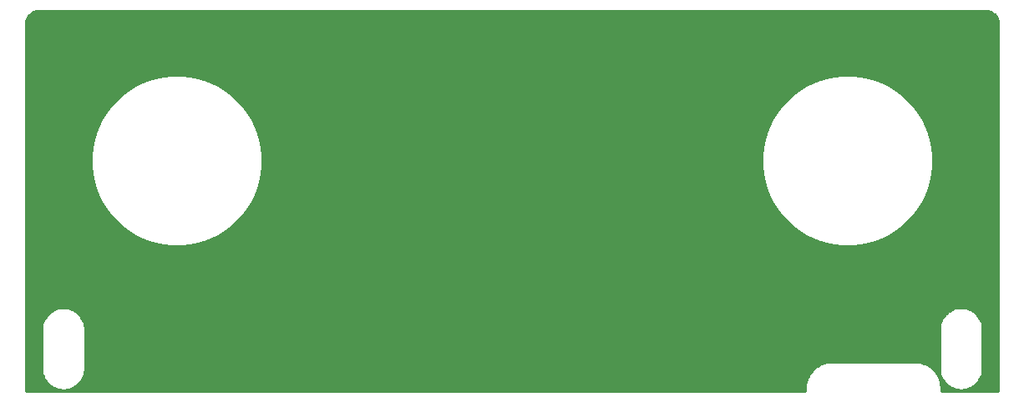
<source format=gtl>
%TF.GenerationSoftware,KiCad,Pcbnew,(5.1.5)-3*%
%TF.CreationDate,2020-05-31T21:31:08+02:00*%
%TF.ProjectId,speaker_grill,73706561-6b65-4725-9f67-72696c6c2e6b,rev?*%
%TF.SameCoordinates,PXbebc200PY5f5e100*%
%TF.FileFunction,Copper,L1,Top*%
%TF.FilePolarity,Positive*%
%FSLAX46Y46*%
G04 Gerber Fmt 4.6, Leading zero omitted, Abs format (unit mm)*
G04 Created by KiCad (PCBNEW (5.1.5)-3) date 2020-05-31 21:31:08*
%MOMM*%
%LPD*%
G04 APERTURE LIST*
%TA.AperFunction,NonConductor*%
%ADD10C,0.254000*%
%TD*%
G04 APERTURE END LIST*
D10*
G36*
X-1747171Y39276877D02*
G01*
X-1503974Y39203451D01*
X-1279669Y39084186D01*
X-1082801Y38923625D01*
X-920869Y38727883D01*
X-800043Y38504420D01*
X-724920Y38261736D01*
X-695000Y37977071D01*
X-694999Y695000D01*
X-6505000Y695000D01*
X-6505000Y1034135D01*
X-6507996Y1064558D01*
X-6507910Y1076953D01*
X-6508856Y1086611D01*
X-6549657Y1474804D01*
X-6562325Y1536518D01*
X-6574127Y1598383D01*
X-6576932Y1607673D01*
X-6692355Y1980548D01*
X-6716765Y2038617D01*
X-6740362Y2097021D01*
X-6744918Y2105589D01*
X-6744918Y2105590D01*
X-6744921Y2105594D01*
X-6930569Y2448944D01*
X-6965792Y2501165D01*
X-7000286Y2553876D01*
X-7006419Y2561397D01*
X-7255226Y2862152D01*
X-7299935Y2906550D01*
X-7343995Y2951542D01*
X-7351466Y2957722D01*
X-7351472Y2957728D01*
X-7351479Y2957732D01*
X-7361452Y2965866D01*
X-6695000Y2965866D01*
X-6691537Y2930708D01*
X-6691537Y2911236D01*
X-6690523Y2901585D01*
X-6657890Y2610660D01*
X-6644794Y2549051D01*
X-6632558Y2487256D01*
X-6629689Y2477986D01*
X-6541171Y2198941D01*
X-6516348Y2141024D01*
X-6492351Y2082805D01*
X-6487736Y2074268D01*
X-6346703Y1817730D01*
X-6311105Y1765740D01*
X-6276256Y1713289D01*
X-6270071Y1705811D01*
X-6081896Y1481553D01*
X-6036882Y1437472D01*
X-5992504Y1392784D01*
X-5984990Y1386656D01*
X-5984985Y1386651D01*
X-5984980Y1386647D01*
X-5756834Y1203214D01*
X-5704139Y1168731D01*
X-5651905Y1133499D01*
X-5643337Y1128943D01*
X-5383902Y993313D01*
X-5325475Y969707D01*
X-5267427Y945306D01*
X-5258145Y942503D01*
X-5258139Y942501D01*
X-5258133Y942500D01*
X-4977299Y859846D01*
X-4915438Y848045D01*
X-4853718Y835376D01*
X-4844062Y834429D01*
X-4844060Y834429D01*
X-4552516Y807897D01*
X-4489528Y808337D01*
X-4426540Y807897D01*
X-4416882Y808844D01*
X-4416879Y808844D01*
X-4416876Y808845D01*
X-4125737Y839444D01*
X-4064017Y852113D01*
X-4002156Y863914D01*
X-3992874Y866717D01*
X-3992867Y866718D01*
X-3992861Y866721D01*
X-3713210Y953286D01*
X-3655118Y977706D01*
X-3596735Y1001294D01*
X-3588172Y1005847D01*
X-3588168Y1005849D01*
X-3588165Y1005851D01*
X-3330651Y1145089D01*
X-3278417Y1180321D01*
X-3225722Y1214804D01*
X-3218204Y1220935D01*
X-3218200Y1220938D01*
X-3218196Y1220942D01*
X-2992635Y1407542D01*
X-2948255Y1452232D01*
X-2903244Y1496311D01*
X-2897058Y1503788D01*
X-2712032Y1730652D01*
X-2677171Y1783121D01*
X-2641585Y1835094D01*
X-2636974Y1843622D01*
X-2636969Y1843630D01*
X-2636966Y1843638D01*
X-2499533Y2102111D01*
X-2475539Y2160325D01*
X-2450714Y2218246D01*
X-2447844Y2227516D01*
X-2363230Y2507770D01*
X-2350997Y2569553D01*
X-2337898Y2631178D01*
X-2336884Y2640829D01*
X-2308317Y2932180D01*
X-2308317Y2932187D01*
X-2305000Y2965865D01*
X-2305000Y7034135D01*
X-2308463Y7069293D01*
X-2308463Y7088765D01*
X-2309477Y7098416D01*
X-2342110Y7389340D01*
X-2355206Y7450949D01*
X-2367442Y7512744D01*
X-2370311Y7522015D01*
X-2458829Y7801059D01*
X-2483646Y7858962D01*
X-2507649Y7917196D01*
X-2512264Y7925732D01*
X-2653297Y8182270D01*
X-2688895Y8234260D01*
X-2723744Y8286711D01*
X-2729929Y8294189D01*
X-2918104Y8518447D01*
X-2963119Y8562528D01*
X-3007496Y8607216D01*
X-3015016Y8613349D01*
X-3243166Y8796786D01*
X-3295861Y8831269D01*
X-3348095Y8866501D01*
X-3356663Y8871057D01*
X-3616098Y9006687D01*
X-3674525Y9030293D01*
X-3732573Y9054694D01*
X-3741855Y9057497D01*
X-3741861Y9057499D01*
X-3741867Y9057500D01*
X-4022701Y9140154D01*
X-4084562Y9151955D01*
X-4146282Y9164624D01*
X-4155938Y9165571D01*
X-4155940Y9165571D01*
X-4447484Y9192103D01*
X-4510472Y9191663D01*
X-4573460Y9192103D01*
X-4583118Y9191156D01*
X-4583121Y9191156D01*
X-4583124Y9191155D01*
X-4874263Y9160556D01*
X-4935977Y9147888D01*
X-4997844Y9136086D01*
X-5007126Y9133283D01*
X-5007133Y9133282D01*
X-5007139Y9133279D01*
X-5286790Y9046713D01*
X-5344849Y9022307D01*
X-5403265Y8998706D01*
X-5411828Y8994153D01*
X-5411832Y8994151D01*
X-5411833Y8994150D01*
X-5669349Y8854911D01*
X-5721583Y8819679D01*
X-5774278Y8785196D01*
X-5781796Y8779065D01*
X-5781800Y8779062D01*
X-5781804Y8779058D01*
X-6007365Y8592458D01*
X-6051745Y8547768D01*
X-6096756Y8503689D01*
X-6102942Y8496212D01*
X-6287968Y8269348D01*
X-6322829Y8216879D01*
X-6358415Y8164906D01*
X-6363026Y8156378D01*
X-6363031Y8156370D01*
X-6363031Y8156369D01*
X-6500467Y7897889D01*
X-6524461Y7839675D01*
X-6549286Y7781754D01*
X-6552156Y7772484D01*
X-6636770Y7492230D01*
X-6649003Y7430447D01*
X-6662102Y7368822D01*
X-6663116Y7359171D01*
X-6691683Y7067819D01*
X-6691683Y7067802D01*
X-6694999Y7034135D01*
X-6695000Y2965866D01*
X-7361452Y2965866D01*
X-7653956Y3204428D01*
X-7706425Y3239289D01*
X-7758398Y3274875D01*
X-7766926Y3279486D01*
X-7766934Y3279491D01*
X-7766942Y3279494D01*
X-8111575Y3462740D01*
X-8169839Y3486755D01*
X-8227713Y3511559D01*
X-8236975Y3514427D01*
X-8236981Y3514429D01*
X-8236987Y3514430D01*
X-8610654Y3627247D01*
X-8672436Y3639480D01*
X-8734059Y3652578D01*
X-8743710Y3653593D01*
X-9132179Y3691683D01*
X-9132187Y3691683D01*
X-9165865Y3695000D01*
X-17634135Y3695000D01*
X-17664558Y3692004D01*
X-17676953Y3692090D01*
X-17686611Y3691144D01*
X-18074804Y3650343D01*
X-18136518Y3637675D01*
X-18198383Y3625873D01*
X-18207671Y3623069D01*
X-18207677Y3623067D01*
X-18580548Y3507645D01*
X-18638617Y3483235D01*
X-18697021Y3459638D01*
X-18705585Y3455084D01*
X-18705590Y3455082D01*
X-18705591Y3455081D01*
X-19048944Y3269431D01*
X-19101165Y3234208D01*
X-19153876Y3199714D01*
X-19161397Y3193581D01*
X-19462152Y2944774D01*
X-19506550Y2900065D01*
X-19551542Y2856005D01*
X-19557722Y2848534D01*
X-19557728Y2848528D01*
X-19557732Y2848521D01*
X-19804428Y2546044D01*
X-19839289Y2493575D01*
X-19874875Y2441602D01*
X-19879486Y2433074D01*
X-19879491Y2433066D01*
X-19879494Y2433058D01*
X-20062740Y2088425D01*
X-20086755Y2030161D01*
X-20111559Y1972287D01*
X-20114427Y1963025D01*
X-20114429Y1963019D01*
X-20114429Y1963017D01*
X-20227247Y1589346D01*
X-20239480Y1527564D01*
X-20252578Y1465941D01*
X-20253593Y1456290D01*
X-20291683Y1067821D01*
X-20291683Y1067802D01*
X-20294999Y1034135D01*
X-20294999Y695000D01*
X-99305000Y695000D01*
X-99305000Y2965866D01*
X-97695000Y2965866D01*
X-97691537Y2930708D01*
X-97691537Y2911236D01*
X-97690523Y2901585D01*
X-97657890Y2610660D01*
X-97644794Y2549051D01*
X-97632558Y2487256D01*
X-97629689Y2477986D01*
X-97541171Y2198941D01*
X-97516348Y2141024D01*
X-97492351Y2082805D01*
X-97487736Y2074268D01*
X-97346703Y1817730D01*
X-97311105Y1765740D01*
X-97276256Y1713289D01*
X-97270071Y1705811D01*
X-97081896Y1481553D01*
X-97036882Y1437472D01*
X-96992504Y1392784D01*
X-96984990Y1386656D01*
X-96984985Y1386651D01*
X-96984980Y1386647D01*
X-96756834Y1203214D01*
X-96704139Y1168731D01*
X-96651905Y1133499D01*
X-96643337Y1128943D01*
X-96383902Y993313D01*
X-96325475Y969707D01*
X-96267427Y945306D01*
X-96258145Y942503D01*
X-96258139Y942501D01*
X-96258133Y942500D01*
X-95977299Y859846D01*
X-95915438Y848045D01*
X-95853718Y835376D01*
X-95844062Y834429D01*
X-95844060Y834429D01*
X-95552516Y807897D01*
X-95489528Y808337D01*
X-95426540Y807897D01*
X-95416882Y808844D01*
X-95416879Y808844D01*
X-95416876Y808845D01*
X-95125737Y839444D01*
X-95064017Y852113D01*
X-95002156Y863914D01*
X-94992874Y866717D01*
X-94992867Y866718D01*
X-94992861Y866721D01*
X-94713210Y953286D01*
X-94655118Y977706D01*
X-94596735Y1001294D01*
X-94588172Y1005847D01*
X-94588168Y1005849D01*
X-94588165Y1005851D01*
X-94330651Y1145089D01*
X-94278417Y1180321D01*
X-94225722Y1214804D01*
X-94218204Y1220935D01*
X-94218200Y1220938D01*
X-94218196Y1220942D01*
X-93992635Y1407542D01*
X-93948255Y1452232D01*
X-93903244Y1496311D01*
X-93897058Y1503788D01*
X-93712032Y1730652D01*
X-93677171Y1783121D01*
X-93641585Y1835094D01*
X-93636974Y1843622D01*
X-93636969Y1843630D01*
X-93636966Y1843638D01*
X-93499533Y2102111D01*
X-93475539Y2160325D01*
X-93450714Y2218246D01*
X-93447844Y2227516D01*
X-93363230Y2507770D01*
X-93350997Y2569553D01*
X-93337898Y2631178D01*
X-93336884Y2640829D01*
X-93308317Y2932180D01*
X-93308317Y2932187D01*
X-93305000Y2965865D01*
X-93305000Y7034135D01*
X-93308463Y7069293D01*
X-93308463Y7088765D01*
X-93309477Y7098416D01*
X-93342110Y7389340D01*
X-93355206Y7450949D01*
X-93367442Y7512744D01*
X-93370311Y7522015D01*
X-93458829Y7801059D01*
X-93483646Y7858962D01*
X-93507649Y7917196D01*
X-93512264Y7925732D01*
X-93653297Y8182270D01*
X-93688895Y8234260D01*
X-93723744Y8286711D01*
X-93729929Y8294189D01*
X-93918104Y8518447D01*
X-93963119Y8562528D01*
X-94007496Y8607216D01*
X-94015016Y8613349D01*
X-94243166Y8796786D01*
X-94295861Y8831269D01*
X-94348095Y8866501D01*
X-94356663Y8871057D01*
X-94616098Y9006687D01*
X-94674525Y9030293D01*
X-94732573Y9054694D01*
X-94741855Y9057497D01*
X-94741861Y9057499D01*
X-94741867Y9057500D01*
X-95022701Y9140154D01*
X-95084562Y9151955D01*
X-95146282Y9164624D01*
X-95155938Y9165571D01*
X-95155940Y9165571D01*
X-95447484Y9192103D01*
X-95510472Y9191663D01*
X-95573460Y9192103D01*
X-95583118Y9191156D01*
X-95583121Y9191156D01*
X-95583124Y9191155D01*
X-95874263Y9160556D01*
X-95935977Y9147888D01*
X-95997844Y9136086D01*
X-96007126Y9133283D01*
X-96007133Y9133282D01*
X-96007139Y9133279D01*
X-96286790Y9046713D01*
X-96344849Y9022307D01*
X-96403265Y8998706D01*
X-96411828Y8994153D01*
X-96411832Y8994151D01*
X-96411833Y8994150D01*
X-96669349Y8854911D01*
X-96721583Y8819679D01*
X-96774278Y8785196D01*
X-96781796Y8779065D01*
X-96781800Y8779062D01*
X-96781804Y8779058D01*
X-97007365Y8592458D01*
X-97051745Y8547768D01*
X-97096756Y8503689D01*
X-97102942Y8496212D01*
X-97287968Y8269348D01*
X-97322829Y8216879D01*
X-97358415Y8164906D01*
X-97363026Y8156378D01*
X-97363031Y8156370D01*
X-97363031Y8156369D01*
X-97500467Y7897889D01*
X-97524461Y7839675D01*
X-97549286Y7781754D01*
X-97552156Y7772484D01*
X-97636770Y7492230D01*
X-97649003Y7430447D01*
X-97662102Y7368822D01*
X-97663116Y7359171D01*
X-97691683Y7067819D01*
X-97691683Y7067802D01*
X-97694999Y7034135D01*
X-97695000Y2965866D01*
X-99305000Y2965866D01*
X-99305000Y24721721D01*
X-92692795Y24721721D01*
X-92692795Y23478279D01*
X-92515835Y22247494D01*
X-92165517Y21054420D01*
X-91648972Y19923345D01*
X-90976717Y18877295D01*
X-90162436Y17937564D01*
X-89222705Y17123283D01*
X-88176655Y16451028D01*
X-87045580Y15934483D01*
X-85852506Y15584165D01*
X-84621721Y15407205D01*
X-83378279Y15407205D01*
X-82147494Y15584165D01*
X-80954420Y15934483D01*
X-79823345Y16451028D01*
X-78777295Y17123283D01*
X-77837564Y17937564D01*
X-77023283Y18877295D01*
X-76351028Y19923345D01*
X-75834483Y21054420D01*
X-75484165Y22247494D01*
X-75307205Y23478279D01*
X-75307205Y24721721D01*
X-24692795Y24721721D01*
X-24692795Y23478279D01*
X-24515835Y22247494D01*
X-24165517Y21054420D01*
X-23648972Y19923345D01*
X-22976717Y18877295D01*
X-22162436Y17937564D01*
X-21222705Y17123283D01*
X-20176655Y16451028D01*
X-19045580Y15934483D01*
X-17852506Y15584165D01*
X-16621721Y15407205D01*
X-15378279Y15407205D01*
X-14147494Y15584165D01*
X-12954420Y15934483D01*
X-11823345Y16451028D01*
X-10777295Y17123283D01*
X-9837564Y17937564D01*
X-9023283Y18877295D01*
X-8351028Y19923345D01*
X-7834483Y21054420D01*
X-7484165Y22247494D01*
X-7307205Y23478279D01*
X-7307205Y24721721D01*
X-7484165Y25952506D01*
X-7834483Y27145580D01*
X-8351028Y28276655D01*
X-9023283Y29322705D01*
X-9837564Y30262436D01*
X-10777295Y31076717D01*
X-11823345Y31748972D01*
X-12954420Y32265517D01*
X-14147494Y32615835D01*
X-15378279Y32792795D01*
X-16621721Y32792795D01*
X-17852506Y32615835D01*
X-19045580Y32265517D01*
X-20176655Y31748972D01*
X-21222705Y31076717D01*
X-22162436Y30262436D01*
X-22976717Y29322705D01*
X-23648972Y28276655D01*
X-24165517Y27145580D01*
X-24515835Y25952506D01*
X-24692795Y24721721D01*
X-75307205Y24721721D01*
X-75484165Y25952506D01*
X-75834483Y27145580D01*
X-76351028Y28276655D01*
X-77023283Y29322705D01*
X-77837564Y30262436D01*
X-78777295Y31076717D01*
X-79823345Y31748972D01*
X-80954420Y32265517D01*
X-82147494Y32615835D01*
X-83378279Y32792795D01*
X-84621721Y32792795D01*
X-85852506Y32615835D01*
X-87045580Y32265517D01*
X-88176655Y31748972D01*
X-89222705Y31076717D01*
X-90162436Y30262436D01*
X-90976717Y29322705D01*
X-91648972Y28276655D01*
X-92165517Y27145580D01*
X-92515835Y25952506D01*
X-92692795Y24721721D01*
X-99305000Y24721721D01*
X-99305000Y37966008D01*
X-99276877Y38252829D01*
X-99203451Y38496026D01*
X-99084186Y38720331D01*
X-98923625Y38917199D01*
X-98727883Y39079131D01*
X-98504420Y39199957D01*
X-98261736Y39275080D01*
X-97977071Y39305000D01*
X-2033992Y39305000D01*
X-1747171Y39276877D01*
G37*
X-1747171Y39276877D02*
X-1503974Y39203451D01*
X-1279669Y39084186D01*
X-1082801Y38923625D01*
X-920869Y38727883D01*
X-800043Y38504420D01*
X-724920Y38261736D01*
X-695000Y37977071D01*
X-694999Y695000D01*
X-6505000Y695000D01*
X-6505000Y1034135D01*
X-6507996Y1064558D01*
X-6507910Y1076953D01*
X-6508856Y1086611D01*
X-6549657Y1474804D01*
X-6562325Y1536518D01*
X-6574127Y1598383D01*
X-6576932Y1607673D01*
X-6692355Y1980548D01*
X-6716765Y2038617D01*
X-6740362Y2097021D01*
X-6744918Y2105589D01*
X-6744918Y2105590D01*
X-6744921Y2105594D01*
X-6930569Y2448944D01*
X-6965792Y2501165D01*
X-7000286Y2553876D01*
X-7006419Y2561397D01*
X-7255226Y2862152D01*
X-7299935Y2906550D01*
X-7343995Y2951542D01*
X-7351466Y2957722D01*
X-7351472Y2957728D01*
X-7351479Y2957732D01*
X-7361452Y2965866D01*
X-6695000Y2965866D01*
X-6691537Y2930708D01*
X-6691537Y2911236D01*
X-6690523Y2901585D01*
X-6657890Y2610660D01*
X-6644794Y2549051D01*
X-6632558Y2487256D01*
X-6629689Y2477986D01*
X-6541171Y2198941D01*
X-6516348Y2141024D01*
X-6492351Y2082805D01*
X-6487736Y2074268D01*
X-6346703Y1817730D01*
X-6311105Y1765740D01*
X-6276256Y1713289D01*
X-6270071Y1705811D01*
X-6081896Y1481553D01*
X-6036882Y1437472D01*
X-5992504Y1392784D01*
X-5984990Y1386656D01*
X-5984985Y1386651D01*
X-5984980Y1386647D01*
X-5756834Y1203214D01*
X-5704139Y1168731D01*
X-5651905Y1133499D01*
X-5643337Y1128943D01*
X-5383902Y993313D01*
X-5325475Y969707D01*
X-5267427Y945306D01*
X-5258145Y942503D01*
X-5258139Y942501D01*
X-5258133Y942500D01*
X-4977299Y859846D01*
X-4915438Y848045D01*
X-4853718Y835376D01*
X-4844062Y834429D01*
X-4844060Y834429D01*
X-4552516Y807897D01*
X-4489528Y808337D01*
X-4426540Y807897D01*
X-4416882Y808844D01*
X-4416879Y808844D01*
X-4416876Y808845D01*
X-4125737Y839444D01*
X-4064017Y852113D01*
X-4002156Y863914D01*
X-3992874Y866717D01*
X-3992867Y866718D01*
X-3992861Y866721D01*
X-3713210Y953286D01*
X-3655118Y977706D01*
X-3596735Y1001294D01*
X-3588172Y1005847D01*
X-3588168Y1005849D01*
X-3588165Y1005851D01*
X-3330651Y1145089D01*
X-3278417Y1180321D01*
X-3225722Y1214804D01*
X-3218204Y1220935D01*
X-3218200Y1220938D01*
X-3218196Y1220942D01*
X-2992635Y1407542D01*
X-2948255Y1452232D01*
X-2903244Y1496311D01*
X-2897058Y1503788D01*
X-2712032Y1730652D01*
X-2677171Y1783121D01*
X-2641585Y1835094D01*
X-2636974Y1843622D01*
X-2636969Y1843630D01*
X-2636966Y1843638D01*
X-2499533Y2102111D01*
X-2475539Y2160325D01*
X-2450714Y2218246D01*
X-2447844Y2227516D01*
X-2363230Y2507770D01*
X-2350997Y2569553D01*
X-2337898Y2631178D01*
X-2336884Y2640829D01*
X-2308317Y2932180D01*
X-2308317Y2932187D01*
X-2305000Y2965865D01*
X-2305000Y7034135D01*
X-2308463Y7069293D01*
X-2308463Y7088765D01*
X-2309477Y7098416D01*
X-2342110Y7389340D01*
X-2355206Y7450949D01*
X-2367442Y7512744D01*
X-2370311Y7522015D01*
X-2458829Y7801059D01*
X-2483646Y7858962D01*
X-2507649Y7917196D01*
X-2512264Y7925732D01*
X-2653297Y8182270D01*
X-2688895Y8234260D01*
X-2723744Y8286711D01*
X-2729929Y8294189D01*
X-2918104Y8518447D01*
X-2963119Y8562528D01*
X-3007496Y8607216D01*
X-3015016Y8613349D01*
X-3243166Y8796786D01*
X-3295861Y8831269D01*
X-3348095Y8866501D01*
X-3356663Y8871057D01*
X-3616098Y9006687D01*
X-3674525Y9030293D01*
X-3732573Y9054694D01*
X-3741855Y9057497D01*
X-3741861Y9057499D01*
X-3741867Y9057500D01*
X-4022701Y9140154D01*
X-4084562Y9151955D01*
X-4146282Y9164624D01*
X-4155938Y9165571D01*
X-4155940Y9165571D01*
X-4447484Y9192103D01*
X-4510472Y9191663D01*
X-4573460Y9192103D01*
X-4583118Y9191156D01*
X-4583121Y9191156D01*
X-4583124Y9191155D01*
X-4874263Y9160556D01*
X-4935977Y9147888D01*
X-4997844Y9136086D01*
X-5007126Y9133283D01*
X-5007133Y9133282D01*
X-5007139Y9133279D01*
X-5286790Y9046713D01*
X-5344849Y9022307D01*
X-5403265Y8998706D01*
X-5411828Y8994153D01*
X-5411832Y8994151D01*
X-5411833Y8994150D01*
X-5669349Y8854911D01*
X-5721583Y8819679D01*
X-5774278Y8785196D01*
X-5781796Y8779065D01*
X-5781800Y8779062D01*
X-5781804Y8779058D01*
X-6007365Y8592458D01*
X-6051745Y8547768D01*
X-6096756Y8503689D01*
X-6102942Y8496212D01*
X-6287968Y8269348D01*
X-6322829Y8216879D01*
X-6358415Y8164906D01*
X-6363026Y8156378D01*
X-6363031Y8156370D01*
X-6363031Y8156369D01*
X-6500467Y7897889D01*
X-6524461Y7839675D01*
X-6549286Y7781754D01*
X-6552156Y7772484D01*
X-6636770Y7492230D01*
X-6649003Y7430447D01*
X-6662102Y7368822D01*
X-6663116Y7359171D01*
X-6691683Y7067819D01*
X-6691683Y7067802D01*
X-6694999Y7034135D01*
X-6695000Y2965866D01*
X-7361452Y2965866D01*
X-7653956Y3204428D01*
X-7706425Y3239289D01*
X-7758398Y3274875D01*
X-7766926Y3279486D01*
X-7766934Y3279491D01*
X-7766942Y3279494D01*
X-8111575Y3462740D01*
X-8169839Y3486755D01*
X-8227713Y3511559D01*
X-8236975Y3514427D01*
X-8236981Y3514429D01*
X-8236987Y3514430D01*
X-8610654Y3627247D01*
X-8672436Y3639480D01*
X-8734059Y3652578D01*
X-8743710Y3653593D01*
X-9132179Y3691683D01*
X-9132187Y3691683D01*
X-9165865Y3695000D01*
X-17634135Y3695000D01*
X-17664558Y3692004D01*
X-17676953Y3692090D01*
X-17686611Y3691144D01*
X-18074804Y3650343D01*
X-18136518Y3637675D01*
X-18198383Y3625873D01*
X-18207671Y3623069D01*
X-18207677Y3623067D01*
X-18580548Y3507645D01*
X-18638617Y3483235D01*
X-18697021Y3459638D01*
X-18705585Y3455084D01*
X-18705590Y3455082D01*
X-18705591Y3455081D01*
X-19048944Y3269431D01*
X-19101165Y3234208D01*
X-19153876Y3199714D01*
X-19161397Y3193581D01*
X-19462152Y2944774D01*
X-19506550Y2900065D01*
X-19551542Y2856005D01*
X-19557722Y2848534D01*
X-19557728Y2848528D01*
X-19557732Y2848521D01*
X-19804428Y2546044D01*
X-19839289Y2493575D01*
X-19874875Y2441602D01*
X-19879486Y2433074D01*
X-19879491Y2433066D01*
X-19879494Y2433058D01*
X-20062740Y2088425D01*
X-20086755Y2030161D01*
X-20111559Y1972287D01*
X-20114427Y1963025D01*
X-20114429Y1963019D01*
X-20114429Y1963017D01*
X-20227247Y1589346D01*
X-20239480Y1527564D01*
X-20252578Y1465941D01*
X-20253593Y1456290D01*
X-20291683Y1067821D01*
X-20291683Y1067802D01*
X-20294999Y1034135D01*
X-20294999Y695000D01*
X-99305000Y695000D01*
X-99305000Y2965866D01*
X-97695000Y2965866D01*
X-97691537Y2930708D01*
X-97691537Y2911236D01*
X-97690523Y2901585D01*
X-97657890Y2610660D01*
X-97644794Y2549051D01*
X-97632558Y2487256D01*
X-97629689Y2477986D01*
X-97541171Y2198941D01*
X-97516348Y2141024D01*
X-97492351Y2082805D01*
X-97487736Y2074268D01*
X-97346703Y1817730D01*
X-97311105Y1765740D01*
X-97276256Y1713289D01*
X-97270071Y1705811D01*
X-97081896Y1481553D01*
X-97036882Y1437472D01*
X-96992504Y1392784D01*
X-96984990Y1386656D01*
X-96984985Y1386651D01*
X-96984980Y1386647D01*
X-96756834Y1203214D01*
X-96704139Y1168731D01*
X-96651905Y1133499D01*
X-96643337Y1128943D01*
X-96383902Y993313D01*
X-96325475Y969707D01*
X-96267427Y945306D01*
X-96258145Y942503D01*
X-96258139Y942501D01*
X-96258133Y942500D01*
X-95977299Y859846D01*
X-95915438Y848045D01*
X-95853718Y835376D01*
X-95844062Y834429D01*
X-95844060Y834429D01*
X-95552516Y807897D01*
X-95489528Y808337D01*
X-95426540Y807897D01*
X-95416882Y808844D01*
X-95416879Y808844D01*
X-95416876Y808845D01*
X-95125737Y839444D01*
X-95064017Y852113D01*
X-95002156Y863914D01*
X-94992874Y866717D01*
X-94992867Y866718D01*
X-94992861Y866721D01*
X-94713210Y953286D01*
X-94655118Y977706D01*
X-94596735Y1001294D01*
X-94588172Y1005847D01*
X-94588168Y1005849D01*
X-94588165Y1005851D01*
X-94330651Y1145089D01*
X-94278417Y1180321D01*
X-94225722Y1214804D01*
X-94218204Y1220935D01*
X-94218200Y1220938D01*
X-94218196Y1220942D01*
X-93992635Y1407542D01*
X-93948255Y1452232D01*
X-93903244Y1496311D01*
X-93897058Y1503788D01*
X-93712032Y1730652D01*
X-93677171Y1783121D01*
X-93641585Y1835094D01*
X-93636974Y1843622D01*
X-93636969Y1843630D01*
X-93636966Y1843638D01*
X-93499533Y2102111D01*
X-93475539Y2160325D01*
X-93450714Y2218246D01*
X-93447844Y2227516D01*
X-93363230Y2507770D01*
X-93350997Y2569553D01*
X-93337898Y2631178D01*
X-93336884Y2640829D01*
X-93308317Y2932180D01*
X-93308317Y2932187D01*
X-93305000Y2965865D01*
X-93305000Y7034135D01*
X-93308463Y7069293D01*
X-93308463Y7088765D01*
X-93309477Y7098416D01*
X-93342110Y7389340D01*
X-93355206Y7450949D01*
X-93367442Y7512744D01*
X-93370311Y7522015D01*
X-93458829Y7801059D01*
X-93483646Y7858962D01*
X-93507649Y7917196D01*
X-93512264Y7925732D01*
X-93653297Y8182270D01*
X-93688895Y8234260D01*
X-93723744Y8286711D01*
X-93729929Y8294189D01*
X-93918104Y8518447D01*
X-93963119Y8562528D01*
X-94007496Y8607216D01*
X-94015016Y8613349D01*
X-94243166Y8796786D01*
X-94295861Y8831269D01*
X-94348095Y8866501D01*
X-94356663Y8871057D01*
X-94616098Y9006687D01*
X-94674525Y9030293D01*
X-94732573Y9054694D01*
X-94741855Y9057497D01*
X-94741861Y9057499D01*
X-94741867Y9057500D01*
X-95022701Y9140154D01*
X-95084562Y9151955D01*
X-95146282Y9164624D01*
X-95155938Y9165571D01*
X-95155940Y9165571D01*
X-95447484Y9192103D01*
X-95510472Y9191663D01*
X-95573460Y9192103D01*
X-95583118Y9191156D01*
X-95583121Y9191156D01*
X-95583124Y9191155D01*
X-95874263Y9160556D01*
X-95935977Y9147888D01*
X-95997844Y9136086D01*
X-96007126Y9133283D01*
X-96007133Y9133282D01*
X-96007139Y9133279D01*
X-96286790Y9046713D01*
X-96344849Y9022307D01*
X-96403265Y8998706D01*
X-96411828Y8994153D01*
X-96411832Y8994151D01*
X-96411833Y8994150D01*
X-96669349Y8854911D01*
X-96721583Y8819679D01*
X-96774278Y8785196D01*
X-96781796Y8779065D01*
X-96781800Y8779062D01*
X-96781804Y8779058D01*
X-97007365Y8592458D01*
X-97051745Y8547768D01*
X-97096756Y8503689D01*
X-97102942Y8496212D01*
X-97287968Y8269348D01*
X-97322829Y8216879D01*
X-97358415Y8164906D01*
X-97363026Y8156378D01*
X-97363031Y8156370D01*
X-97363031Y8156369D01*
X-97500467Y7897889D01*
X-97524461Y7839675D01*
X-97549286Y7781754D01*
X-97552156Y7772484D01*
X-97636770Y7492230D01*
X-97649003Y7430447D01*
X-97662102Y7368822D01*
X-97663116Y7359171D01*
X-97691683Y7067819D01*
X-97691683Y7067802D01*
X-97694999Y7034135D01*
X-97695000Y2965866D01*
X-99305000Y2965866D01*
X-99305000Y24721721D01*
X-92692795Y24721721D01*
X-92692795Y23478279D01*
X-92515835Y22247494D01*
X-92165517Y21054420D01*
X-91648972Y19923345D01*
X-90976717Y18877295D01*
X-90162436Y17937564D01*
X-89222705Y17123283D01*
X-88176655Y16451028D01*
X-87045580Y15934483D01*
X-85852506Y15584165D01*
X-84621721Y15407205D01*
X-83378279Y15407205D01*
X-82147494Y15584165D01*
X-80954420Y15934483D01*
X-79823345Y16451028D01*
X-78777295Y17123283D01*
X-77837564Y17937564D01*
X-77023283Y18877295D01*
X-76351028Y19923345D01*
X-75834483Y21054420D01*
X-75484165Y22247494D01*
X-75307205Y23478279D01*
X-75307205Y24721721D01*
X-24692795Y24721721D01*
X-24692795Y23478279D01*
X-24515835Y22247494D01*
X-24165517Y21054420D01*
X-23648972Y19923345D01*
X-22976717Y18877295D01*
X-22162436Y17937564D01*
X-21222705Y17123283D01*
X-20176655Y16451028D01*
X-19045580Y15934483D01*
X-17852506Y15584165D01*
X-16621721Y15407205D01*
X-15378279Y15407205D01*
X-14147494Y15584165D01*
X-12954420Y15934483D01*
X-11823345Y16451028D01*
X-10777295Y17123283D01*
X-9837564Y17937564D01*
X-9023283Y18877295D01*
X-8351028Y19923345D01*
X-7834483Y21054420D01*
X-7484165Y22247494D01*
X-7307205Y23478279D01*
X-7307205Y24721721D01*
X-7484165Y25952506D01*
X-7834483Y27145580D01*
X-8351028Y28276655D01*
X-9023283Y29322705D01*
X-9837564Y30262436D01*
X-10777295Y31076717D01*
X-11823345Y31748972D01*
X-12954420Y32265517D01*
X-14147494Y32615835D01*
X-15378279Y32792795D01*
X-16621721Y32792795D01*
X-17852506Y32615835D01*
X-19045580Y32265517D01*
X-20176655Y31748972D01*
X-21222705Y31076717D01*
X-22162436Y30262436D01*
X-22976717Y29322705D01*
X-23648972Y28276655D01*
X-24165517Y27145580D01*
X-24515835Y25952506D01*
X-24692795Y24721721D01*
X-75307205Y24721721D01*
X-75484165Y25952506D01*
X-75834483Y27145580D01*
X-76351028Y28276655D01*
X-77023283Y29322705D01*
X-77837564Y30262436D01*
X-78777295Y31076717D01*
X-79823345Y31748972D01*
X-80954420Y32265517D01*
X-82147494Y32615835D01*
X-83378279Y32792795D01*
X-84621721Y32792795D01*
X-85852506Y32615835D01*
X-87045580Y32265517D01*
X-88176655Y31748972D01*
X-89222705Y31076717D01*
X-90162436Y30262436D01*
X-90976717Y29322705D01*
X-91648972Y28276655D01*
X-92165517Y27145580D01*
X-92515835Y25952506D01*
X-92692795Y24721721D01*
X-99305000Y24721721D01*
X-99305000Y37966008D01*
X-99276877Y38252829D01*
X-99203451Y38496026D01*
X-99084186Y38720331D01*
X-98923625Y38917199D01*
X-98727883Y39079131D01*
X-98504420Y39199957D01*
X-98261736Y39275080D01*
X-97977071Y39305000D01*
X-2033992Y39305000D01*
X-1747171Y39276877D01*
M02*

</source>
